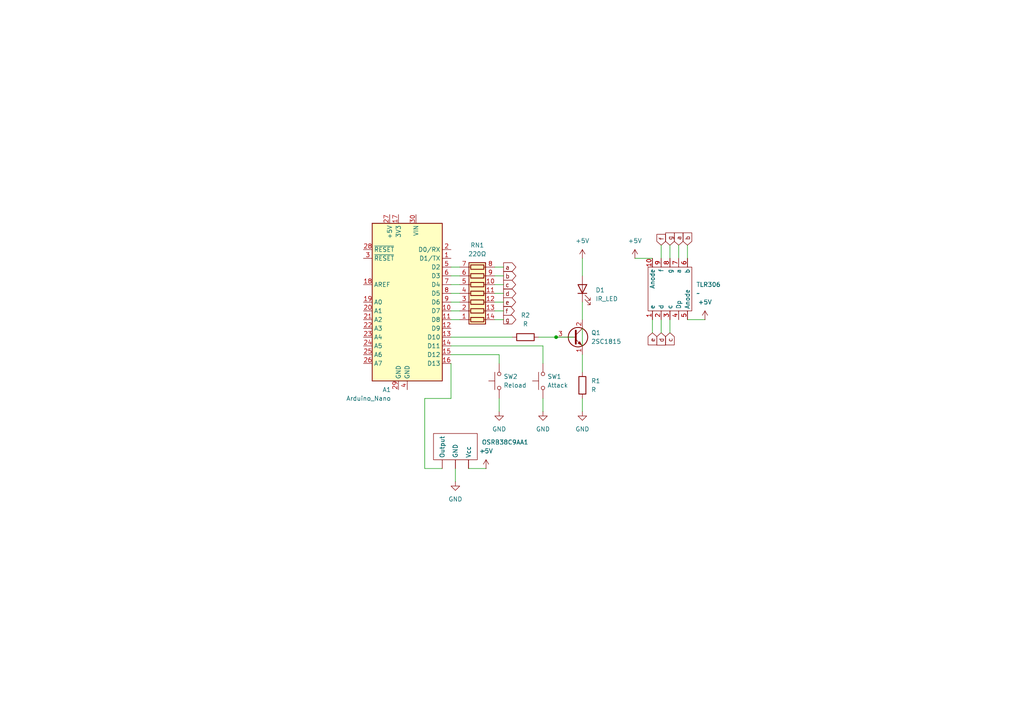
<source format=kicad_sch>
(kicad_sch (version 20250114) (generator "eeschema") (generator_version "9.0")
  (paper "A4")
  (lib_symbols
    (symbol "Device:LED" (pin_numbers (hide yes)) (pin_names (offset 1.016) (hide yes))
      (property "Reference" "D" (at 0 2.54 0))
      (property "Value" "LED" (at 0 -2.54 0))
      (symbol "LED_0_1"
        (polyline (pts (xy -3.048 -0.762) (xy -4.572 -2.286) (xy -3.81 -2.286) (xy -4.572 -2.286) (xy -4.572 -1.524)))
        (polyline (pts (xy -1.778 -0.762) (xy -3.302 -2.286) (xy -2.54 -2.286) (xy -3.302 -2.286) (xy -3.302 -1.524)))
        (polyline (pts (xy -1.27 0) (xy 1.27 0)))
        (polyline (pts (xy -1.27 -1.27) (xy -1.27 1.27)) (stroke (width 0.254)))
        (polyline (pts (xy 1.27 -1.27) (xy 1.27 1.27) (xy -1.27 0) (xy 1.27 -1.27)) (stroke (width 0.254)))
      )
      (symbol "LED_1_1"
        (pin passive line (at -3.81 0 0) (length 2.54) (name "K") (number "1"))
        (pin passive line (at 3.81 0 180) (length 2.54) (name "A") (number "2"))
      )
    )
    (symbol "Device:R" (pin_numbers (hide yes)) (pin_names (offset 0))
      (property "Reference" "R" (at 2.032 0 90))
      (property "Value" "R" (at 0 0 90))
      (symbol "R_0_1"
        (rectangle (start -1.016 -2.54) (end 1.016 2.54) (stroke (width 0.254)))
      )
      (symbol "R_1_1"
        (pin passive line (at 0 3.81 270) (length 1.27) (name "~") (number "1"))
        (pin passive line (at 0 -3.81 90) (length 1.27) (name "~") (number "2"))
      )
    )
    (symbol "Device:R_Pack07" (pin_names (offset 0) (hide yes))
      (property "Reference" "RN" (at -10.16 0 90))
      (property "Value" "R_Pack07" (at 10.16 0 90))
      (symbol "R_Pack07_0_1"
        (rectangle (start -8.89 -2.413) (end 8.89 2.413) (stroke (width 0.254)) (fill (type background)))
        (rectangle (start -8.255 1.905) (end -6.985 -1.905) (stroke (width 0.254)))
        (polyline (pts (xy -7.62 1.905) (xy -7.62 2.54)))
        (polyline (pts (xy -7.62 -2.54) (xy -7.62 -1.905)))
        (rectangle (start -5.715 1.905) (end -4.445 -1.905) (stroke (width 0.254)))
        (polyline (pts (xy -5.08 1.905) (xy -5.08 2.54)))
        (polyline (pts (xy -5.08 -2.54) (xy -5.08 -1.905)))
        (rectangle (start -3.175 1.905) (end -1.905 -1.905) (stroke (width 0.254)))
        (polyline (pts (xy -2.54 1.905) (xy -2.54 2.54)))
        (polyline (pts (xy -2.54 -2.54) (xy -2.54 -1.905)))
        (rectangle (start -0.635 1.905) (end 0.635 -1.905) (stroke (width 0.254)))
        (polyline (pts (xy 0 1.905) (xy 0 2.54)))
        (polyline (pts (xy 0 -2.54) (xy 0 -1.905)))
        (rectangle (start 1.905 1.905) (end 3.175 -1.905) (stroke (width 0.254)))
        (polyline (pts (xy 2.54 1.905) (xy 2.54 2.54)))
        (polyline (pts (xy 2.54 -2.54) (xy 2.54 -1.905)))
        (rectangle (start 4.445 1.905) (end 5.715 -1.905) (stroke (width 0.254)))
        (polyline (pts (xy 5.08 1.905) (xy 5.08 2.54)))
        (polyline (pts (xy 5.08 -2.54) (xy 5.08 -1.905)))
        (rectangle (start 6.985 1.905) (end 8.255 -1.905) (stroke (width 0.254)))
        (polyline (pts (xy 7.62 1.905) (xy 7.62 2.54)))
        (polyline (pts (xy 7.62 -2.54) (xy 7.62 -1.905)))
      )
      (symbol "R_Pack07_1_1"
        (pin passive line (at -7.62 5.08 270) (length 2.54) (name "R1.2") (number "14"))
        (pin passive line (at -7.62 -5.08 90) (length 2.54) (name "R1.1") (number "1"))
        (pin passive line (at -5.08 5.08 270) (length 2.54) (name "R2.2") (number "13"))
        (pin passive line (at -5.08 -5.08 90) (length 2.54) (name "R2.1") (number "2"))
        (pin passive line (at -2.54 5.08 270) (length 2.54) (name "R3.2") (number "12"))
        (pin passive line (at -2.54 -5.08 90) (length 2.54) (name "R3.1") (number "3"))
        (pin passive line (at 0 5.08 270) (length 2.54) (name "R4.2") (number "11"))
        (pin passive line (at 0 -5.08 90) (length 2.54) (name "R4.1") (number "4"))
        (pin passive line (at 2.54 5.08 270) (length 2.54) (name "R5.2") (number "10"))
        (pin passive line (at 2.54 -5.08 90) (length 2.54) (name "R5.1") (number "5"))
        (pin passive line (at 5.08 5.08 270) (length 2.54) (name "R6.2") (number "9"))
        (pin passive line (at 5.08 -5.08 90) (length 2.54) (name "R6.1") (number "6"))
        (pin passive line (at 7.62 5.08 270) (length 2.54) (name "R7.2") (number "8"))
        (pin passive line (at 7.62 -5.08 90) (length 2.54) (name "R7.1") (number "7"))
      )
    )
    (symbol "MCU_Module:Arduino_Nano_v2.x"
      (property "Reference" "A" (at -10.16 23.495 0))
      (property "Value" "Arduino_Nano_v2.x" (at 5.08 -24.13 0))
      (symbol "Arduino_Nano_v2.x_0_1"
        (rectangle (start -10.16 22.86) (end 10.16 -22.86) (stroke (width 0.254)) (fill (type background)))
      )
      (symbol "Arduino_Nano_v2.x_1_1"
        (pin bidirectional line (at -12.7 15.24 0) (length 2.54) (name "D0/RX") (number "2"))
        (pin bidirectional line (at -12.7 12.7 0) (length 2.54) (name "D1/TX") (number "1"))
        (pin bidirectional line (at -12.7 10.16 0) (length 2.54) (name "D2") (number "5"))
        (pin bidirectional line (at -12.7 7.62 0) (length 2.54) (name "D3") (number "6"))
        (pin bidirectional line (at -12.7 5.08 0) (length 2.54) (name "D4") (number "7"))
        (pin bidirectional line (at -12.7 2.54 0) (length 2.54) (name "D5") (number "8"))
        (pin bidirectional line (at -12.7 0 0) (length 2.54) (name "D6") (number "9"))
        (pin bidirectional line (at -12.7 -2.54 0) (length 2.54) (name "D7") (number "10"))
        (pin bidirectional line (at -12.7 -5.08 0) (length 2.54) (name "D8") (number "11"))
        (pin bidirectional line (at -12.7 -7.62 0) (length 2.54) (name "D9") (number "12"))
        (pin bidirectional line (at -12.7 -10.16 0) (length 2.54) (name "D10") (number "13"))
        (pin bidirectional line (at -12.7 -12.7 0) (length 2.54) (name "D11") (number "14"))
        (pin bidirectional line (at -12.7 -15.24 0) (length 2.54) (name "D12") (number "15"))
        (pin bidirectional line (at -12.7 -17.78 0) (length 2.54) (name "D13") (number "16"))
        (pin power_in line (at -2.54 25.4 270) (length 2.54) (name "VIN") (number "30"))
        (pin power_in line (at 0 -25.4 90) (length 2.54) (name "GND") (number "4"))
        (pin power_out line (at 2.54 25.4 270) (length 2.54) (name "3V3") (number "17"))
        (pin power_in line (at 2.54 -25.4 90) (length 2.54) (name "GND") (number "29"))
        (pin power_out line (at 5.08 25.4 270) (length 2.54) (name "+5V") (number "27"))
        (pin input line (at 12.7 15.24 180) (length 2.54) (name "~{RESET}") (number "28"))
        (pin input line (at 12.7 12.7 180) (length 2.54) (name "~{RESET}") (number "3"))
        (pin input line (at 12.7 5.08 180) (length 2.54) (name "AREF") (number "18"))
        (pin bidirectional line (at 12.7 0 180) (length 2.54) (name "A0") (number "19"))
        (pin bidirectional line (at 12.7 -2.54 180) (length 2.54) (name "A1") (number "20"))
        (pin bidirectional line (at 12.7 -5.08 180) (length 2.54) (name "A2") (number "21"))
        (pin bidirectional line (at 12.7 -7.62 180) (length 2.54) (name "A3") (number "22"))
        (pin bidirectional line (at 12.7 -10.16 180) (length 2.54) (name "A4") (number "23"))
        (pin bidirectional line (at 12.7 -12.7 180) (length 2.54) (name "A5") (number "24"))
        (pin bidirectional line (at 12.7 -15.24 180) (length 2.54) (name "A6") (number "25"))
        (pin bidirectional line (at 12.7 -17.78 180) (length 2.54) (name "A7") (number "26"))
      )
    )
    (symbol "OSRB38C9AA:OSRB38C9AA"
      (property "Reference" "OSRB38C9AA" (at 0 5.588 0))
      (symbol "OSRB38C9AA_0_1"
        (rectangle (start -6.35 3.81) (end 6.35 -3.81))
      )
      (symbol "OSRB38C9AA_1_1"
        (pin passive line (at -3.81 -6.35 90) (length 2.54) (name "Output") (number ""))
        (pin passive line (at 0 -6.35 90) (length 2.54) (name "GND") (number ""))
        (pin passive line (at 3.81 -6.35 90) (length 2.54) (name "Vcc") (number ""))
      )
    )
    (symbol "Switch:SW_Push" (pin_numbers (hide yes)) (pin_names (offset 1.016) (hide yes))
      (property "Reference" "SW" (at 1.27 2.54 0))
      (property "Value" "SW_Push" (at 0 -1.524 0))
      (symbol "SW_Push_0_1"
        (circle (center -2.032 0) (radius 0.508))
        (polyline (pts (xy 0 1.27) (xy 0 3.048)))
        (circle (center 2.032 0) (radius 0.508))
        (polyline (pts (xy 2.54 1.27) (xy -2.54 1.27)))
        (pin passive line (at -5.08 0 0) (length 2.54) (name "1") (number "1"))
        (pin passive line (at 5.08 0 180) (length 2.54) (name "2") (number "2"))
      )
    )
    (symbol "Transistor_BJT:2SC1815" (pin_names (offset 0) (hide yes))
      (property "Reference" "Q" (at 5.08 1.905 0))
      (property "Value" "2SC1815" (at 5.08 0 0))
      (symbol "2SC1815_0_1"
        (polyline (pts (xy -2.54 0) (xy 0.635 0)))
        (polyline (pts (xy 0.635 1.905) (xy 0.635 -1.905)) (stroke (width 0.508)))
        (circle (center 1.27 0) (radius 2.8194) (stroke (width 0.254)))
      )
      (symbol "2SC1815_1_1"
        (polyline (pts (xy 0.635 0.635) (xy 2.54 2.54)))
        (polyline (pts (xy 0.635 -0.635) (xy 2.54 -2.54)))
        (polyline (pts (xy 1.27 -1.778) (xy 1.778 -1.27) (xy 2.286 -2.286) (xy 1.27 -1.778)) (fill (type outline)))
        (pin input line (at -5.08 0 0) (length 2.54) (name "B") (number "3"))
        (pin passive line (at 2.54 5.08 270) (length 2.54) (name "C") (number "2"))
        (pin passive line (at 2.54 -5.08 90) (length 2.54) (name "E") (number "1"))
      )
    )
    (symbol "power:+5V" (power) (pin_numbers (hide yes)) (pin_names (offset 0) (hide yes))
      (property "Value" "+5V" (at 0 3.556 0))
      (symbol "+5V_0_1"
        (polyline (pts (xy -0.762 1.27) (xy 0 2.54)))
        (polyline (pts (xy 0 2.54) (xy 0.762 1.27)))
        (polyline (pts (xy 0 0) (xy 0 2.54)))
      )
      (symbol "+5V_1_1"
        (pin power_in line (at 0 0 90) (length 0) (name "~") (number "1"))
      )
    )
    (symbol "power:GND" (power) (pin_numbers (hide yes)) (pin_names (offset 0) (hide yes))
      (property "Value" "GND" (at 0 -3.81 0))
      (symbol "GND_0_1"
        (polyline (pts (xy 0 0) (xy 0 -1.27) (xy 1.27 -1.27) (xy 0 -2.54) (xy -1.27 -1.27) (xy 0 -1.27)))
      )
      (symbol "GND_1_1"
        (pin power_in line (at 0 0 270) (length 0) (name "~") (number "1"))
      )
    )
    (symbol "tlr306:tlr306"
      (property "Reference" "TLR306" (at 10.414 5.334 0))
      (symbol "tlr306_0_1"
        (rectangle (start -6.35 6.35) (end 6.35 -6.35))
      )
      (symbol "tlr306_1_1"
        (pin passive line (at -5.08 8.89 270) (length 2.54) (name "Anode") (number "10"))
        (pin passive line (at -5.08 -8.89 90) (length 2.54) (name "e") (number "1"))
        (pin passive line (at -2.54 8.89 270) (length 2.54) (name "f") (number "9"))
        (pin passive line (at -2.54 -8.89 90) (length 2.54) (name "d") (number "2"))
        (pin passive line (at 0 8.89 270) (length 2.54) (name "g") (number "8"))
        (pin passive line (at 0 -8.89 90) (length 2.54) (name "c") (number "3"))
        (pin passive line (at 2.54 8.89 270) (length 2.54) (name "a") (number "7"))
        (pin passive line (at 2.54 -8.89 90) (length 2.54) (name "Dp") (number "4"))
        (pin passive line (at 5.08 8.89 270) (length 2.54) (name "b") (number "6"))
        (pin passive line (at 5.08 -8.89 90) (length 2.54) (name "Anode") (number "5"))
      )
    )
  )
  (junction (at 161.29 97.79))
  (wire (pts (xy 143.51 92.71) (xy 146.05 92.71)))
  (wire (pts (xy 130.81 92.71) (xy 133.35 92.71)))
  (wire (pts (xy 199.39 71.12) (xy 199.39 74.93)))
  (wire (pts (xy 168.91 115.57) (xy 168.91 119.38)))
  (wire (pts (xy 130.81 102.87) (xy 144.78 102.87)))
  (wire (pts (xy 130.81 90.17) (xy 133.35 90.17)))
  (wire (pts (xy 189.23 92.71) (xy 189.23 96.52)))
  (wire (pts (xy 191.77 92.71) (xy 191.77 96.52)))
  (wire (pts (xy 130.81 105.41) (xy 130.81 115.57)))
  (wire (pts (xy 132.08 135.89) (xy 132.08 139.7)))
  (wire (pts (xy 143.51 85.09) (xy 146.05 85.09)))
  (wire (pts (xy 143.51 87.63) (xy 146.05 87.63)))
  (wire (pts (xy 130.81 115.57) (xy 123.19 115.57)))
  (wire (pts (xy 144.78 102.87) (xy 144.78 105.41)))
  (wire (pts (xy 123.19 115.57) (xy 123.19 135.89)))
  (wire (pts (xy 143.51 77.47) (xy 146.05 77.47)))
  (wire (pts (xy 168.91 102.87) (xy 168.91 107.95)))
  (wire (pts (xy 144.78 115.57) (xy 144.78 119.38)))
  (wire (pts (xy 194.31 92.71) (xy 194.31 96.52)))
  (wire (pts (xy 130.81 87.63) (xy 133.35 87.63)))
  (wire (pts (xy 143.51 80.01) (xy 146.05 80.01)))
  (wire (pts (xy 130.81 100.33) (xy 157.48 100.33)))
  (wire (pts (xy 135.89 135.89) (xy 140.97 135.89)))
  (wire (pts (xy 157.48 100.33) (xy 157.48 105.41)))
  (wire (pts (xy 168.91 87.63) (xy 168.91 92.71)))
  (wire (pts (xy 123.19 135.89) (xy 128.27 135.89)))
  (wire (pts (xy 168.91 95.25) (xy 168.91 100.33)))
  (wire (pts (xy 156.21 97.79) (xy 161.29 97.79)))
  (wire (pts (xy 130.81 77.47) (xy 133.35 77.47)))
  (wire (pts (xy 196.85 71.12) (xy 196.85 74.93)))
  (wire (pts (xy 130.81 82.55) (xy 133.35 82.55)))
  (wire (pts (xy 143.51 90.17) (xy 146.05 90.17)))
  (wire (pts (xy 191.77 71.12) (xy 191.77 74.93)))
  (wire (pts (xy 194.31 71.12) (xy 194.31 74.93)))
  (wire (pts (xy 130.81 97.79) (xy 148.59 97.79)))
  (wire (pts (xy 130.81 80.01) (xy 133.35 80.01)))
  (wire (pts (xy 130.81 85.09) (xy 133.35 85.09)))
  (wire (pts (xy 184.15 74.93) (xy 189.23 74.93)))
  (wire (pts (xy 161.29 97.79) (xy 166.37 97.79)))
  (wire (pts (xy 199.39 92.71) (xy 204.47 92.71)))
  (wire (pts (xy 168.91 74.93) (xy 168.91 80.01)))
  (wire (pts (xy 157.48 115.57) (xy 157.48 119.38)))
  (wire (pts (xy 143.51 82.55) (xy 146.05 82.55)))
  (global_label "c" (shape output) (at 146.05 82.55 0) (property "Intersheetrefs" "${INTERSHEET_REFS}" (effects (hide yes))))
  (global_label "b" (shape output) (at 146.05 80.01 0) (property "Intersheetrefs" "${INTERSHEET_REFS}" (effects (hide yes))))
  (global_label "g" (shape output) (at 146.05 92.71 0) (property "Intersheetrefs" "${INTERSHEET_REFS}" (effects (hide yes))))
  (global_label "g" (shape input) (at 194.31 71.12 90) (property "Intersheetrefs" "${INTERSHEET_REFS}" (effects (hide yes))))
  (global_label "a" (shape input) (at 196.85 71.12 90) (property "Intersheetrefs" "${INTERSHEET_REFS}" (effects (hide yes))))
  (global_label "b" (shape input) (at 199.39 71.12 90) (property "Intersheetrefs" "${INTERSHEET_REFS}" (effects (hide yes))))
  (global_label "c" (shape input) (at 194.31 96.52 270) (property "Intersheetrefs" "${INTERSHEET_REFS}" (effects (hide yes))))
  (global_label "d" (shape output) (at 146.05 85.09 0) (property "Intersheetrefs" "${INTERSHEET_REFS}" (effects (hide yes))))
  (global_label "a" (shape output) (at 146.05 77.47 0) (property "Intersheetrefs" "${INTERSHEET_REFS}" (effects (hide yes))))
  (global_label "d" (shape input) (at 191.77 96.52 270) (property "Intersheetrefs" "${INTERSHEET_REFS}" (effects (hide yes))))
  (global_label "f" (shape input) (at 191.77 71.12 90) (property "Intersheetrefs" "${INTERSHEET_REFS}" (effects (hide yes))))
  (global_label "e" (shape input) (at 189.23 96.52 270) (property "Intersheetrefs" "${INTERSHEET_REFS}" (effects (hide yes))))
  (global_label "f" (shape output) (at 146.05 90.17 0) (property "Intersheetrefs" "${INTERSHEET_REFS}" (effects (hide yes))))
  (global_label "e" (shape output) (at 146.05 87.63 0) (property "Intersheetrefs" "${INTERSHEET_REFS}" (effects (hide yes))))
  (symbol (lib_id "Transistor_BJT:2SC1815") (at 166.37 97.79 0) (unit 1)
    (property "Reference" "Q1" (at 171.45 96.5199 0) (effects (justify left)))
    (property "Value" "2SC1815" (at 171.45 99.0599 0) (effects (justify left)))
    (property "Footprint" "Package_TO_SOT_THT:TO-92_Inline" (effects (hide yes)))
    (property "Datasheet" "https://media.digikey.com/pdf/Data%20Sheets/Toshiba%20PDFs/2SC1815.pdf" (effects (hide yes)))
    (property "Description" "0.15A Ic, 50V Vce, Low Noise Audio NPN Transistor, TO-92" (effects (hide yes)))
  )
  (symbol (lib_id "tlr306:tlr306") (at 194.31 83.82 0) (unit 1)
    (property "Reference" "TLR306" (at 201.93 82.5499 0) (effects (justify left)))
    (property "Value" "~" (at 201.93 85.0899 0) (effects (justify left)))
  )
  (symbol (lib_id "power:GND") (at 168.91 119.38 0) (unit 1)
    (property "Reference" "#PWR02" (effects (hide yes)))
    (property "Value" "GND" (at 168.91 124.46 0))
    (property "Description" "Power symbol creates a global label with name \"GND\" , ground" (effects (hide yes)))
  )
  (symbol (lib_id "power:GND") (at 144.78 119.38 0) (unit 1)
    (property "Reference" "#PWR04" (effects (hide yes)))
    (property "Value" "GND" (at 144.78 124.46 0))
    (property "Description" "Power symbol creates a global label with name \"GND\" , ground" (effects (hide yes)))
  )
  (symbol (lib_id "power:+5V") (at 184.15 74.93 0) (unit 1)
    (property "Reference" "#PWR08" (effects (hide yes)))
    (property "Value" "+5V" (at 184.15 69.85 0))
    (property "Description" "Power symbol creates a global label with name \"+5V\"" (effects (hide yes)))
  )
  (symbol (lib_id "OSRB38C9AA:OSRB38C9AA") (at 132.08 129.54 0) (unit 1)
    (property "Reference" "OSRB38C9AA1" (at 139.7 128.2699 0) (effects (justify left)))
    (property "Value" "~" (at 139.7 130.8099 0) (effects (justify left)))
  )
  (symbol (lib_id "power:+5V") (at 140.97 135.89 0) (unit 1)
    (property "Reference" "#PWR06" (effects (hide yes)))
    (property "Value" "+5V" (at 140.97 130.81 0))
    (property "Description" "Power symbol creates a global label with name \"+5V\"" (effects (hide yes)))
  )
  (symbol (lib_id "Device:LED") (at 168.91 83.82 90) (unit 1)
    (property "Reference" "D1" (at 172.72 84.1374 90) (effects (justify right)))
    (property "Value" "IR_LED" (at 172.72 86.6774 90) (effects (justify right)))
    (property "Description" "Light emitting diode" (effects (hide yes)))
    (property "Sim.Pins" "1=K 2=A" (effects (hide yes)))
  )
  (symbol (lib_id "MCU_Module:Arduino_Nano_v2.x") (at 118.11 87.63 0) (mirror y) (unit 1)
    (property "Reference" "A1" (at 113.4267 113.03 0) (effects (justify left)))
    (property "Value" "Arduino_Nano" (at 113.4267 115.57 0) (effects (justify left)))
    (property "Footprint" "Module:Arduino_Nano" (effects (hide yes)))
    (property "Datasheet" "https://www.arduino.cc/en/uploads/Main/ArduinoNanoManual23.pdf" (effects (hide yes)))
    (property "Description" "Arduino Nano v2.x" (effects (hide yes)))
  )
  (symbol (lib_id "power:GND") (at 132.08 139.7 0) (unit 1)
    (property "Reference" "#PWR05" (effects (hide yes)))
    (property "Value" "GND" (at 132.08 144.78 0))
    (property "Description" "Power symbol creates a global label with name \"GND\" , ground" (effects (hide yes)))
  )
  (symbol (lib_id "power:GND") (at 157.48 119.38 0) (unit 1)
    (property "Reference" "#PWR03" (effects (hide yes)))
    (property "Value" "GND" (at 157.48 124.46 0))
    (property "Description" "Power symbol creates a global label with name \"GND\" , ground" (effects (hide yes)))
  )
  (symbol (lib_id "Device:R") (at 152.4 97.79 90) (unit 1)
    (property "Reference" "R2" (at 152.4 91.44 90))
    (property "Value" "R" (at 152.4 93.98 90))
    (property "Description" "Resistor" (effects (hide yes)))
  )
  (symbol (lib_id "Device:R_Pack07") (at 138.43 85.09 270) (mirror x) (unit 1)
    (property "Reference" "RN1" (at 138.43 71.12 90))
    (property "Value" "220Ω" (at 138.43 73.66 90))
    (property "Description" "7 resistor network, parallel topology" (effects (hide yes)))
  )
  (symbol (lib_id "Switch:SW_Push") (at 144.78 110.49 90) (unit 1)
    (property "Reference" "SW2" (at 146.05 109.2199 90) (effects (justify right)))
    (property "Value" "Reload" (at 146.05 111.7599 90) (effects (justify right)))
    (property "Description" "Push button switch, generic, two pins" (effects (hide yes)))
  )
  (symbol (lib_id "Switch:SW_Push") (at 157.48 110.49 90) (unit 1)
    (property "Reference" "SW1" (at 158.75 109.2199 90) (effects (justify right)))
    (property "Value" "Attack" (at 158.75 111.7599 90) (effects (justify right)))
    (property "Description" "Push button switch, generic, two pins" (effects (hide yes)))
  )
  (symbol (lib_id "power:+5V") (at 168.91 74.93 0) (unit 1)
    (property "Reference" "#PWR01" (effects (hide yes)))
    (property "Value" "+5V" (at 168.91 69.85 0))
    (property "Description" "Power symbol creates a global label with name \"+5V\"" (effects (hide yes)))
  )
  (symbol (lib_id "Device:R") (at 168.91 111.76 0) (unit 1)
    (property "Reference" "R1" (at 171.45 110.4899 0) (effects (justify left)))
    (property "Value" "R" (at 171.45 113.0299 0) (effects (justify left)))
    (property "Description" "Resistor" (effects (hide yes)))
  )
  (symbol (lib_id "power:+5V") (at 204.47 92.71 0) (unit 1)
    (property "Reference" "#PWR07" (effects (hide yes)))
    (property "Value" "+5V" (at 204.47 87.63 0))
    (property "Description" "Power symbol creates a global label with name \"+5V\"" (effects (hide yes)))
  )
)
</source>
